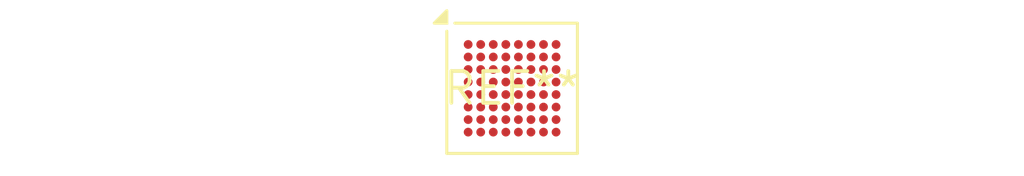
<source format=kicad_pcb>
(kicad_pcb (version 20240108) (generator pcbnew)
  (layers (0 "F.Cu" signal) (31 "B.Cu" signal) (34 "B.Paste" user) (35 "F.Paste" user) (36 "B.SilkS" user "B.Silkscreen") (37 "F.SilkS" user "F.Silkscreen") (38 "B.Mask" user) (39 "F.Mask" user) (44 "Edge.Cuts" user))
  (net 0 "")
  (footprint "XFBGA-64_5.0x5.0mm_Layout8x8_P0.5mm" (layer "F.Cu") (at 0 0)
    (property "Reference" "REF**")
    (property "Value" "XFBGA-64_5.0x5.0mm_Layout8x8_P0.5mm")
    (fp_line (start -2.6 -2.28) (end -2.6 2.6) (layer "F.SilkS") (stroke (width 0.12)))
    (fp_line (start -2.6 2.6) (end 2.6 2.6) (layer "F.SilkS") (stroke (width 0.12)))
    (fp_line (start -2.28 -2.6) (end 2.6 -2.6) (layer "F.SilkS") (stroke (width 0.12)))
    (fp_line (start 2.6 -2.6) (end 2.6 2.6) (layer "F.SilkS") (stroke (width 0.12)))
    (fp_poly (pts (xy -2.6 -2.6) (xy -3.1 -2.6) (xy -2.6 -3.1) (xy -2.6 -2.6)) (layer "F.SilkS") (stroke (width 0.12)) (fill solid))
    (pad "A1" smd circle (at -1.75 -1.75) (size 0.35 0.35) (property pad_prop_bga) (layers "F.Cu" "F.Paste" "F.Mask"))
    (pad "A2" smd circle (at -1.25 -1.75) (size 0.35 0.35) (property pad_prop_bga) (layers "F.Cu" "F.Paste" "F.Mask"))
    (pad "A3" smd circle (at -0.75 -1.75) (size 0.35 0.35) (property pad_prop_bga) (layers "F.Cu" "F.Paste" "F.Mask"))
    (pad "A4" smd circle (at -0.25 -1.75) (size 0.35 0.35) (property pad_prop_bga) (layers "F.Cu" "F.Paste" "F.Mask"))
    (pad "A5" smd circle (at 0.25 -1.75) (size 0.35 0.35) (property pad_prop_bga) (layers "F.Cu" "F.Paste" "F.Mask"))
    (pad "A6" smd circle (at 0.75 -1.75) (size 0.35 0.35) (property pad_prop_bga) (layers "F.Cu" "F.Paste" "F.Mask"))
    (pad "A7" smd circle (at 1.25 -1.75) (size 0.35 0.35) (property pad_prop_bga) (layers "F.Cu" "F.Paste" "F.Mask"))
    (pad "A8" smd circle (at 1.75 -1.75) (size 0.35 0.35) (property pad_prop_bga) (layers "F.Cu" "F.Paste" "F.Mask"))
    (pad "B1" smd circle (at -1.75 -1.25) (size 0.35 0.35) (property pad_prop_bga) (layers "F.Cu" "F.Paste" "F.Mask"))
    (pad "B2" smd circle (at -1.25 -1.25) (size 0.35 0.35) (property pad_prop_bga) (layers "F.Cu" "F.Paste" "F.Mask"))
    (pad "B3" smd circle (at -0.75 -1.25) (size 0.35 0.35) (property pad_prop_bga) (layers "F.Cu" "F.Paste" "F.Mask"))
    (pad "B4" smd circle (at -0.25 -1.25) (size 0.35 0.35) (property pad_prop_bga) (layers "F.Cu" "F.Paste" "F.Mask"))
    (pad "B5" smd circle (at 0.25 -1.25) (size 0.35 0.35) (property pad_prop_bga) (layers "F.Cu" "F.Paste" "F.Mask"))
    (pad "B6" smd circle (at 0.75 -1.25) (size 0.35 0.35) (property pad_prop_bga) (layers "F.Cu" "F.Paste" "F.Mask"))
    (pad "B7" smd circle (at 1.25 -1.25) (size 0.35 0.35) (property pad_prop_bga) (layers "F.Cu" "F.Paste" "F.Mask"))
    (pad "B8" smd circle (at 1.75 -1.25) (size 0.35 0.35) (property pad_prop_bga) (layers "F.Cu" "F.Paste" "F.Mask"))
    (pad "C1" smd circle (at -1.75 -0.75) (size 0.35 0.35) (property pad_prop_bga) (layers "F.Cu" "F.Paste" "F.Mask"))
    (pad "C2" smd circle (at -1.25 -0.75) (size 0.35 0.35) (property pad_prop_bga) (layers "F.Cu" "F.Paste" "F.Mask"))
    (pad "C3" smd circle (at -0.75 -0.75) (size 0.35 0.35) (property pad_prop_bga) (layers "F.Cu" "F.Paste" "F.Mask"))
    (pad "C4" smd circle (at -0.25 -0.75) (size 0.35 0.35) (property pad_prop_bga) (layers "F.Cu" "F.Paste" "F.Mask"))
    (pad "C5" smd circle (at 0.25 -0.75) (size 0.35 0.35) (property pad_prop_bga) (layers "F.Cu" "F.Paste" "F.Mask"))
    (pad "C6" smd circle (at 0.75 -0.75) (size 0.35 0.35) (property pad_prop_bga) (layers "F.Cu" "F.Paste" "F.Mask"))
    (pad "C7" smd circle (at 1.25 -0.75) (size 0.35 0.35) (property pad_prop_bga) (layers "F.Cu" "F.Paste" "F.Mask"))
    (pad "C8" smd circle (at 1.75 -0.75) (size 0.35 0.35) (property pad_prop_bga) (layers "F.Cu" "F.Paste" "F.Mask"))
    (pad "D1" smd circle (at -1.75 -0.25) (size 0.35 0.35) (property pad_prop_bga) (layers "F.Cu" "F.Paste" "F.Mask"))
    (pad "D2" smd circle (at -1.25 -0.25) (size 0.35 0.35) (property pad_prop_bga) (layers "F.Cu" "F.Paste" "F.Mask"))
    (pad "D3" smd circle (at -0.75 -0.25) (size 0.35 0.35) (property pad_prop_bga) (layers "F.Cu" "F.Paste" "F.Mask"))
    (pad "D4" smd circle (at -0.25 -0.25) (size 0.35 0.35) (property pad_prop_bga) (layers "F.Cu" "F.Paste" "F.Mask"))
    (pad "D5" smd circle (at 0.25 -0.25) (size 0.35 0.35) (property pad_prop_bga) (layers "F.Cu" "F.Paste" "F.Mask"))
    (pad "D6" smd circle (at 0.75 -0.25) (size 0.35 0.35) (property pad_prop_bga) (layers "F.Cu" "F.Paste" "F.Mask"))
    (pad "D7" smd circle (at 1.25 -0.25) (size 0.35 0.35) (property pad_prop_bga) (layers "F.Cu" "F.Paste" "F.Mask"))
    (pad "D8" smd circle (at 1.75 -0.25) (size 0.35 0.35) (property pad_prop_bga) (layers "F.Cu" "F.Paste" "F.Mask"))
    (pad "E1" smd circle (at -1.75 0.25) (size 0.35 0.35) (property pad_prop_bga) (layers "F.Cu" "F.Paste" "F.Mask"))
    (pad "E2" smd circle (at -1.25 0.25) (size 0.35 0.35) (property pad_prop_bga) (layers "F.Cu" "F.Paste" "F.Mask"))
    (pad "E3" smd circle (at -0.75 0.25) (size 0.35 0.35) (property pad_prop_bga) (layers "F.Cu" "F.Paste" "F.Mask"))
    (pad "E4" smd circle (at -0.25 0.25) (size 0.35 0.35) (property pad_prop_bga) (layers "F.Cu" "F.Paste" "F.Mask"))
    (pad "E5" smd circle (at 0.25 0.25) (size 0.35 0.35) (property pad_prop_bga) (layers "F.Cu" "F.Paste" "F.Mask"))
    (pad "E6" smd circle (at 0.75 0.25) (size 0.35 0.35) (property pad_prop_bga) (layers "F.Cu" "F.Paste" "F.Mask"))
    (pad "E7" smd circle (at 1.25 0.25) (size 0.35 0.35) (property pad_prop_bga) (layers "F.Cu" "F.Paste" "F.Mask"))
    (pad "E8" smd circle (at 1.75 0.25) (size 0.35 0.35) (property pad_prop_bga) (layers "F.Cu" "F.Paste" "F.Mask"))
    (pad "F1" smd circle (at -1.75 0.75) (size 0.35 0.35) (property pad_prop_bga) (layers "F.Cu" "F.Paste" "F.Mask"))
    (pad "F2" smd circle (at -1.25 0.75) (size 0.35 0.35) (property pad_prop_bga) (layers "F.Cu" "F.Paste" "F.Mask"))
    (pad "F3" smd circle (at -0.75 0.75) (size 0.35 0.35) (property pad_prop_bga) (layers "F.Cu" "F.Paste" "F.Mask"))
    (pad "F4" smd circle (at -0.25 0.75) (size 0.35 0.35) (property pad_prop_bga) (layers "F.Cu" "F.Paste" "F.Mask"))
    (pad "F5" smd circle (at 0.25 0.75) (size 0.35 0.35) (property pad_prop_bga) (layers "F.Cu" "F.Paste" "F.Mask"))
    (pad "F6" smd circle (at 0.75 0.75) (size 0.35 0.35) (property pad_prop_bga) (layers "F.Cu" "F.Paste" "F.Mask"))
    (pad "F7" smd circle (at 1.25 0.75) (size 0.35 0.35) (property pad_prop_bga) (layers "F.Cu" "F.Paste" "F.Mask"))
    (pad "F8" smd circle (at 1.75 0.75) (size 0.35 0.35) (property pad_prop_bga) (layers "F.Cu" "F.Paste" "F.Mask"))
    (pad "G1" smd circle (at -1.75 1.25) (size 0.35 0.35) (property pad_prop_bga) (layers "F.Cu" "F.Paste" "F.Mask"))
    (pad "G2" smd circle (at -1.25 1.25) (size 0.35 0.35) (property pad_prop_bga) (layers "F.Cu" "F.Paste" "F.Mask"))
    (pad "G3" smd circle (at -0.75 1.25) (size 0.35 0.35) (property pad_prop_bga) (layers "F.Cu" "F.Paste" "F.Mask"))
    (pad "G4" smd circle (at -0.25 1.25) (size 0.35 0.35) (property pad_prop_bga) (layers "F.Cu" "F.Paste" "F.Mask"))
    (pad "G5" smd circle (at 0.25 1.25) (size 0.35 0.35) (property pad_prop_bga) (layers "F.Cu" "F.Paste" "F.Mask"))
    (pad "G6" smd circle (at 0.75 1.25) (size 0.35 0.35) (property pad_prop_bga) (layers "F.Cu" "F.Paste" "F.Mask"))
    (pad "G7" smd circle (at 1.25 1.25) (size 0.35 0.35) (property pad_prop_bga) (layers "F.Cu" "F.Paste" "F.Mask"))
    (pad "G8" smd circle (at 1.75 1.25) (size 0.35 0.35) (property pad_prop_bga) (layers "F.Cu" "F.Paste" "F.Mask"))
    (pad "H1" smd circle (at -1.75 1.75) (size 0.35 0.35) (property pad_prop_bga) (layers "F.Cu" "F.Paste" "F.Mask"))
    (pad "H2" smd circle (at -1.25 1.75) (size 0.35 0.35) (property pad_prop_bga) (layers "F.Cu" "F.Paste" "F.Mask"))
    (pad "H3" smd circle (at -0.75 1.75) (size 0.35 0.35) (property pad_prop_bga) (layers "F.Cu" "F.Paste" "F.Mask"))
    (pad "H4" smd circle (at -0.25 1.75) (size 0.35 0.35) (property pad_prop_bga) (layers "F.Cu" "F.Paste" "F.Mask"))
    (pad "H5" smd circle (at 0.25 1.75) (size 0.35 0.35) (property pad_prop_bga) (layers "F.Cu" "F.Paste" "F.Mask"))
    (pad "H6" smd circle (at 0.75 1.75) (size 0.35 0.35) (property pad_prop_bga) (layers "F.Cu" "F.Paste" "F.Mask"))
    (pad "H7" smd circle (at 1.25 1.75) (size 0.35 0.35) (property pad_prop_bga) (layers "F.Cu" "F.Paste" "F.Mask"))
    (pad "H8" smd circle (at 1.75 1.75) (size 0.35 0.35) (property pad_prop_bga) (layers "F.Cu" "F.Paste" "F.Mask"))
  )
)
</source>
